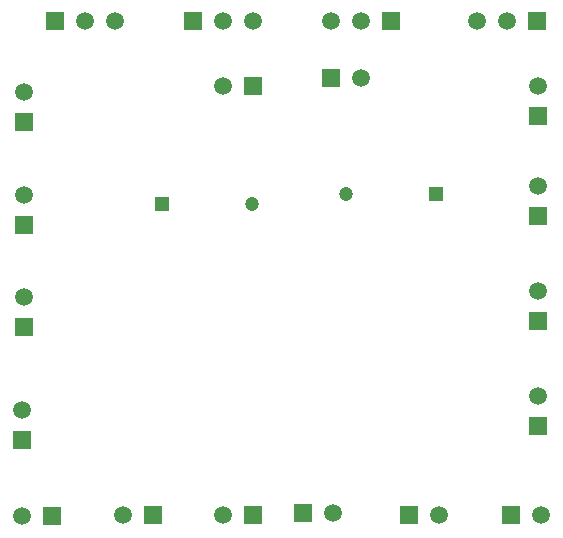
<source format=gtl>
%FSAX24Y24*%
%MOIN*%
G70*
G01*
G75*
G04 Layer_Physical_Order=1*
G04 Layer_Color=255*
%ADD10R,0.0591X0.0591*%
%ADD11C,0.0591*%
%ADD12R,0.0472X0.0472*%
%ADD13C,0.0472*%
%ADD14R,0.0591X0.0591*%
D10*
X019750Y048000D02*
D03*
X024600D02*
D03*
X013150D02*
D03*
X008550D02*
D03*
X017750Y046100D02*
D03*
X015150Y045850D02*
D03*
X023750Y031550D02*
D03*
X008450Y031500D02*
D03*
X020350Y031550D02*
D03*
X011800D02*
D03*
X016800Y031600D02*
D03*
X015150Y031550D02*
D03*
D11*
X018750Y048000D02*
D03*
X017750D02*
D03*
X023600D02*
D03*
X022600D02*
D03*
X014150D02*
D03*
X015150D02*
D03*
X009550D02*
D03*
X010550D02*
D03*
X018750Y046100D02*
D03*
X014150Y045850D02*
D03*
X024650D02*
D03*
X007500Y045650D02*
D03*
X024650Y042500D02*
D03*
X007500Y042200D02*
D03*
X024650Y039000D02*
D03*
X007500Y038800D02*
D03*
X024650Y035500D02*
D03*
X007450Y035050D02*
D03*
X024750Y031550D02*
D03*
X007450Y031500D02*
D03*
X021350Y031550D02*
D03*
X010800D02*
D03*
X017800Y031600D02*
D03*
X014150Y031550D02*
D03*
D12*
X021250Y042250D02*
D03*
X012100Y041900D02*
D03*
D13*
X018250Y042250D02*
D03*
X015100Y041900D02*
D03*
D14*
X024650Y044850D02*
D03*
X007500Y044650D02*
D03*
X024650Y041500D02*
D03*
X007500Y041200D02*
D03*
X024650Y038000D02*
D03*
X007500Y037800D02*
D03*
X024650Y034500D02*
D03*
X007450Y034050D02*
D03*
M02*

</source>
